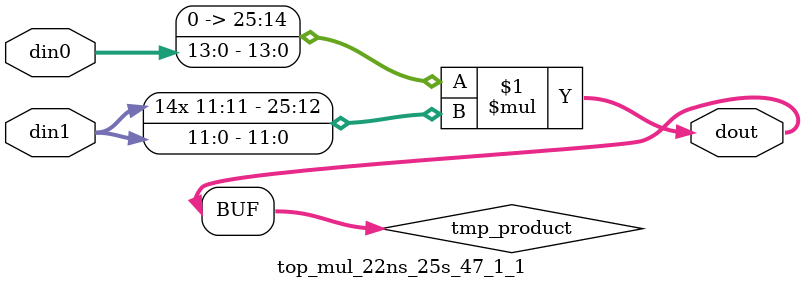
<source format=v>

`timescale 1 ns / 1 ps

 (* use_dsp = "yes" *)  module top_mul_22ns_25s_47_1_1(din0, din1, dout);
parameter ID = 1;
parameter NUM_STAGE = 0;
parameter din0_WIDTH = 14;
parameter din1_WIDTH = 12;
parameter dout_WIDTH = 26;

input [din0_WIDTH - 1 : 0] din0; 
input [din1_WIDTH - 1 : 0] din1; 
output [dout_WIDTH - 1 : 0] dout;

wire signed [dout_WIDTH - 1 : 0] tmp_product;

























assign tmp_product = $signed({1'b0, din0}) * $signed(din1);










assign dout = tmp_product;





















endmodule

</source>
